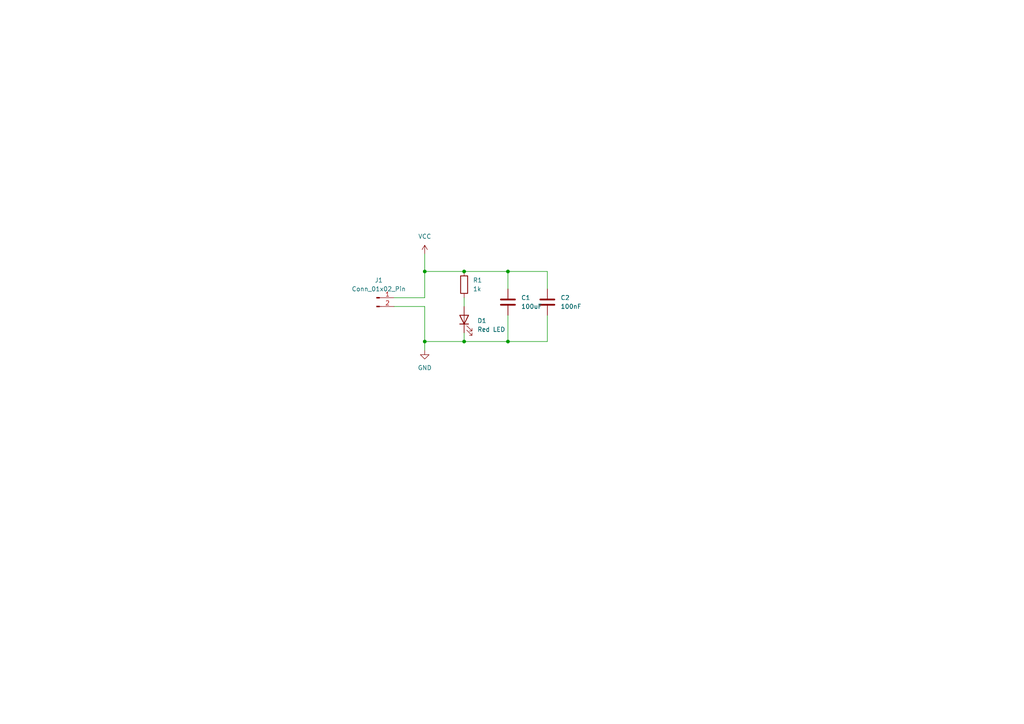
<source format=kicad_sch>
(kicad_sch (version 20231120) (generator "eeschema") (generator_version "8.0")
  (paper "A4")
  (lib_symbols
    (symbol "Connector:Conn_01x02_Pin" (pin_names (offset 1.016) hide)
      (property "Reference" "J" (at 0 2.54 0))
      (property "Value" "Conn_01x02_Pin" (at 0 -5.08 0))
      (symbol "Conn_01x02_Pin_1_1"
        (polyline (pts (xy 1.27 -2.54) (xy 0.8636 -2.54)) (stroke (width 0.1524)))
        (polyline (pts (xy 1.27 0) (xy 0.8636 0)) (stroke (width 0.1524)))
        (rectangle (start 0.8636 -2.413) (end 0 -2.667) (stroke (width 0.1524)) (fill (type outline)))
        (rectangle (start 0.8636 0.127) (end 0 -0.127) (stroke (width 0.1524)) (fill (type outline)))
        (pin passive line (at 5.08 0 180) (length 3.81) (name "Pin_1") (number "1"))
        (pin passive line (at 5.08 -2.54 180) (length 3.81) (name "Pin_2") (number "2"))
      )
    )
    (symbol "Device:C" (pin_numbers hide) (pin_names (offset 0.254))
      (property "Reference" "C" (at 0.635 2.54 0))
      (property "Value" "C" (at 0.635 -2.54 0))
      (symbol "C_0_1"
        (polyline (pts (xy -2.032 -0.762) (xy 2.032 -0.762)) (stroke (width 0.508)))
        (polyline (pts (xy -2.032 0.762) (xy 2.032 0.762)) (stroke (width 0.508)))
      )
      (symbol "C_1_1"
        (pin passive line (at 0 3.81 270) (length 2.794) (name "~") (number "1"))
        (pin passive line (at 0 -3.81 90) (length 2.794) (name "~") (number "2"))
      )
    )
    (symbol "Device:LED" (pin_numbers hide) (pin_names (offset 1.016) hide)
      (property "Reference" "D" (at 0 2.54 0))
      (property "Value" "LED" (at 0 -2.54 0))
      (symbol "LED_0_1"
        (polyline (pts (xy -1.27 -1.27) (xy -1.27 1.27)) (stroke (width 0.254)))
        (polyline (pts (xy -1.27 0) (xy 1.27 0)))
        (polyline (pts (xy 1.27 -1.27) (xy 1.27 1.27) (xy -1.27 0) (xy 1.27 -1.27)) (stroke (width 0.254)))
        (polyline (pts (xy -3.048 -0.762) (xy -4.572 -2.286) (xy -3.81 -2.286) (xy -4.572 -2.286) (xy -4.572 -1.524)))
        (polyline (pts (xy -1.778 -0.762) (xy -3.302 -2.286) (xy -2.54 -2.286) (xy -3.302 -2.286) (xy -3.302 -1.524)))
      )
      (symbol "LED_1_1"
        (pin passive line (at -3.81 0 0) (length 2.54) (name "K") (number "1"))
        (pin passive line (at 3.81 0 180) (length 2.54) (name "A") (number "2"))
      )
    )
    (symbol "Device:R" (pin_numbers hide) (pin_names (offset 0))
      (property "Reference" "R" (at 2.032 0 90))
      (property "Value" "R" (at 0 0 90))
      (symbol "R_0_1"
        (rectangle (start -1.016 -2.54) (end 1.016 2.54) (stroke (width 0.254)))
      )
      (symbol "R_1_1"
        (pin passive line (at 0 3.81 270) (length 1.27) (name "~") (number "1"))
        (pin passive line (at 0 -3.81 90) (length 1.27) (name "~") (number "2"))
      )
    )
    (symbol "power:GND" (power) (pin_numbers hide) (pin_names (offset 0) hide)
      (property "Value" "GND" (at 0 -3.81 0))
      (symbol "GND_0_1"
        (polyline (pts (xy 0 0) (xy 0 -1.27) (xy 1.27 -1.27) (xy 0 -2.54) (xy -1.27 -1.27) (xy 0 -1.27)))
      )
      (symbol "GND_1_1"
        (pin power_in line (at 0 0 270) (length 0) (name "~") (number "1"))
      )
    )
    (symbol "power:VCC" (power) (pin_numbers hide) (pin_names (offset 0) hide)
      (property "Value" "VCC" (at 0 3.556 0))
      (symbol "VCC_0_1"
        (polyline (pts (xy -0.762 1.27) (xy 0 2.54)))
        (polyline (pts (xy 0 0) (xy 0 2.54)))
        (polyline (pts (xy 0 2.54) (xy 0.762 1.27)))
      )
      (symbol "VCC_1_1"
        (pin power_in line (at 0 0 90) (length 0) (name "~") (number "1"))
      )
    )
  )
  (junction (at 123.19 78.74))
  (junction (at 134.62 99.06))
  (junction (at 147.32 78.74))
  (junction (at 147.32 99.06))
  (junction (at 134.62 78.74))
  (junction (at 123.19 99.06))
  (wire (pts (xy 123.19 78.74) (xy 134.62 78.74)))
  (wire (pts (xy 134.62 86.36) (xy 134.62 88.9)))
  (wire (pts (xy 123.19 78.74) (xy 123.19 86.36)))
  (wire (pts (xy 134.62 99.06) (xy 147.32 99.06)))
  (wire (pts (xy 147.32 99.06) (xy 158.75 99.06)))
  (wire (pts (xy 123.19 73.66) (xy 123.19 78.74)))
  (wire (pts (xy 123.19 99.06) (xy 123.19 101.6)))
  (wire (pts (xy 147.32 78.74) (xy 158.75 78.74)))
  (wire (pts (xy 134.62 99.06) (xy 134.62 96.52)))
  (wire (pts (xy 147.32 99.06) (xy 147.32 91.44)))
  (wire (pts (xy 158.75 78.74) (xy 158.75 83.82)))
  (wire (pts (xy 114.3 88.9) (xy 123.19 88.9)))
  (wire (pts (xy 123.19 88.9) (xy 123.19 99.06)))
  (wire (pts (xy 123.19 99.06) (xy 134.62 99.06)))
  (wire (pts (xy 114.3 86.36) (xy 123.19 86.36)))
  (wire (pts (xy 134.62 78.74) (xy 147.32 78.74)))
  (wire (pts (xy 158.75 99.06) (xy 158.75 91.44)))
  (wire (pts (xy 147.32 78.74) (xy 147.32 83.82)))
  (symbol (lib_id "Device:LED") (at 134.62 92.71 90) (unit 1)
    (property "Reference" "D1" (at 138.43 93.0274 90) (effects (justify right)))
    (property "Value" "Red LED" (at 138.43 95.5674 90) (effects (justify right)))
    (property "Footprint" "LED_SMD:LED_0805_2012Metric" (effects (hide yes)))
    (property "Datasheet" "https://jlcpcb.com/partdetail/509669-HL_PC_2012S52FCL/C497942" (effects (hide yes)))
    (property "Description" "C497942" (effects (hide yes)))
  )
  (symbol (lib_id "Connector:Conn_01x02_Pin") (at 109.22 86.36 0) (unit 1)
    (property "Reference" "J1" (at 109.855 81.28 0))
    (property "Value" "Conn_01x02_Pin" (at 109.855 83.82 0))
    (property "Footprint" "Connector_BarrelJack:BarrelJack_Kycon_KLDX-0202-xC_Horizontal" (effects (hide yes)))
    (property "Description" "Generic connector, single row, 01x02, script generated" (effects (hide yes)))
  )
  (symbol (lib_id "Device:R") (at 134.62 82.55 0) (unit 1)
    (property "Reference" "R1" (at 137.16 81.2799 0) (effects (justify left)))
    (property "Value" "1k" (at 137.16 83.8199 0) (effects (justify left)))
    (property "Footprint" "Resistor_SMD:R_0805_2012Metric" (effects (hide yes)))
    (property "Datasheet" "https://jlcpcb.com/partdetail/320677-RC05K102JT/C343941" (effects (hide yes)))
    (property "Description" "C343941" (effects (hide yes)))
  )
  (symbol (lib_id "Device:C") (at 147.32 87.63 0) (unit 1)
    (property "Reference" "C1" (at 151.13 86.3599 0) (effects (justify left)))
    (property "Value" "100uF" (at 151.13 88.8999 0) (effects (justify left)))
    (property "Footprint" "Capacitor_SMD:CP_Elec_10x10.5" (effects (hide yes)))
    (property "Datasheet" "https://jlcpcb.com/partdetail/Nichicon-UUR1J101MNL1GS/C445226" (effects (hide yes)))
    (property "Description" "C445226" (effects (hide yes)))
  )
  (symbol (lib_id "Device:C") (at 158.75 87.63 0) (unit 1)
    (property "Reference" "C2" (at 162.56 86.3599 0) (effects (justify left)))
    (property "Value" "100nF" (at 162.56 88.8999 0) (effects (justify left)))
    (property "Footprint" "Capacitor_SMD:C_0805_2012Metric" (effects (hide yes)))
    (property "Datasheet" "https://jlcpcb.com/partdetail/Walsin_TechCorp-MT21B104K500CT/C338159" (effects (hide yes)))
    (property "Description" "C338159" (effects (hide yes)))
  )
  (symbol (lib_id "power:VCC") (at 123.19 73.66 0) (unit 1)
    (property "Reference" "#PWR03" (effects (hide yes)))
    (property "Value" "VCC" (at 123.19 68.58 0))
    (property "Description" "Power symbol creates a global label with name \"VCC\"" (effects (hide yes)))
  )
  (symbol (lib_id "power:GND") (at 123.19 101.6 0) (unit 1)
    (property "Reference" "#PWR02" (effects (hide yes)))
    (property "Value" "GND" (at 123.19 106.68 0))
    (property "Description" "Power symbol creates a global label with name \"GND\" , ground" (effects (hide yes)))
  )
)
</source>
